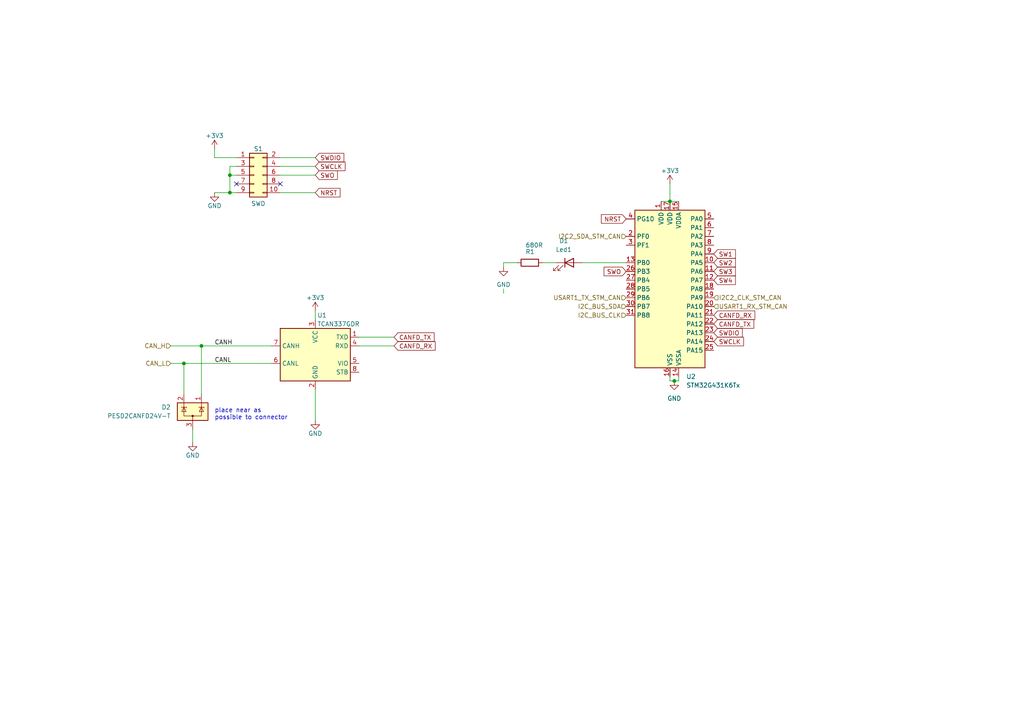
<source format=kicad_sch>
(kicad_sch (version 20250114) (generator "eeschema") (generator_version "9.0")
  (paper "A4")
  (lib_symbols
    (symbol "Connector_Generic:Conn_02x05_Odd_Even" (pin_names (offset 1.016) (hide yes))
      (property "Reference" "J" (at 1.27 7.62 0))
      (property "Value" "Conn_02x05_Odd_Even" (at 1.27 -7.62 0))
      (symbol "Conn_02x05_Odd_Even_1_1"
        (rectangle (start -1.27 6.35) (end 3.81 -6.35) (stroke (width 0.254)) (fill (type background)))
        (rectangle (start -1.27 5.207) (end 0 4.953) (stroke (width 0.1524)))
        (rectangle (start -1.27 2.667) (end 0 2.413) (stroke (width 0.1524)))
        (rectangle (start -1.27 0.127) (end 0 -0.127) (stroke (width 0.1524)))
        (rectangle (start -1.27 -2.413) (end 0 -2.667) (stroke (width 0.1524)))
        (rectangle (start -1.27 -4.953) (end 0 -5.207) (stroke (width 0.1524)))
        (rectangle (start 3.81 5.207) (end 2.54 4.953) (stroke (width 0.1524)))
        (rectangle (start 3.81 2.667) (end 2.54 2.413) (stroke (width 0.1524)))
        (rectangle (start 3.81 0.127) (end 2.54 -0.127) (stroke (width 0.1524)))
        (rectangle (start 3.81 -2.413) (end 2.54 -2.667) (stroke (width 0.1524)))
        (rectangle (start 3.81 -4.953) (end 2.54 -5.207) (stroke (width 0.1524)))
        (pin passive line (at -5.08 5.08 0) (length 3.81) (name "Pin_1") (number "1"))
        (pin passive line (at -5.08 2.54 0) (length 3.81) (name "Pin_3") (number "3"))
        (pin passive line (at -5.08 0 0) (length 3.81) (name "Pin_5") (number "5"))
        (pin passive line (at -5.08 -2.54 0) (length 3.81) (name "Pin_7") (number "7"))
        (pin passive line (at -5.08 -5.08 0) (length 3.81) (name "Pin_9") (number "9"))
        (pin passive line (at 7.62 5.08 180) (length 3.81) (name "Pin_2") (number "2"))
        (pin passive line (at 7.62 2.54 180) (length 3.81) (name "Pin_4") (number "4"))
        (pin passive line (at 7.62 0 180) (length 3.81) (name "Pin_6") (number "6"))
        (pin passive line (at 7.62 -2.54 180) (length 3.81) (name "Pin_8") (number "8"))
        (pin passive line (at 7.62 -5.08 180) (length 3.81) (name "Pin_10") (number "10"))
      )
    )
    (symbol "Device:LED" (pin_numbers (hide yes)) (pin_names (hide yes))
      (property "Reference" "D" (at 0 2.54 0))
      (property "Value" "LED" (at 0 -2.54 0))
      (symbol "LED_0_1"
        (polyline (pts (xy -3.048 -0.762) (xy -4.572 -2.286) (xy -3.81 -2.286) (xy -4.572 -2.286) (xy -4.572 -1.524)))
        (polyline (pts (xy -1.778 -0.762) (xy -3.302 -2.286) (xy -2.54 -2.286) (xy -3.302 -2.286) (xy -3.302 -1.524)))
        (polyline (pts (xy -1.27 0) (xy 1.27 0)))
        (polyline (pts (xy -1.27 -1.27) (xy -1.27 1.27)) (stroke (width 0.254)))
        (polyline (pts (xy 1.27 -1.27) (xy 1.27 1.27) (xy -1.27 0) (xy 1.27 -1.27)) (stroke (width 0.254)))
      )
      (symbol "LED_1_1"
        (pin passive line (at -3.81 0 0) (length 2.54) (name "K") (number "1"))
        (pin passive line (at 3.81 0 180) (length 2.54) (name "A") (number "2"))
      )
    )
    (symbol "Device:R" (pin_numbers (hide yes)) (pin_names (offset 0))
      (property "Reference" "R" (at 2.032 0 90))
      (property "Value" "R" (at 0 0 90))
      (symbol "R_0_1"
        (rectangle (start -1.016 -2.54) (end 1.016 2.54) (stroke (width 0.254)))
      )
      (symbol "R_1_1"
        (pin passive line (at 0 3.81 270) (length 1.27) (name "~") (number "1"))
        (pin passive line (at 0 -3.81 90) (length 1.27) (name "~") (number "2"))
      )
    )
    (symbol "Interface_CAN_LIN:TJA1042T-3"
      (property "Reference" "U" (at -10.16 8.89 0))
      (property "Value" "TJA1042T-3" (at 1.27 8.89 0))
      (symbol "TJA1042T-3_0_1"
        (rectangle (start -10.16 7.62) (end 10.16 -7.62) (stroke (width 0.254)) (fill (type background)))
      )
      (symbol "TJA1042T-3_1_1"
        (pin input line (at -12.7 5.08 0) (length 2.54) (name "TXD") (number "1"))
        (pin output line (at -12.7 2.54 0) (length 2.54) (name "RXD") (number "4"))
        (pin power_in line (at -12.7 -2.54 0) (length 2.54) (name "VIO") (number "5"))
        (pin input line (at -12.7 -5.08 0) (length 2.54) (name "STB") (number "8"))
        (pin power_in line (at 0 10.16 270) (length 2.54) (name "VCC") (number "3"))
        (pin power_in line (at 0 -10.16 90) (length 2.54) (name "GND") (number "2"))
        (pin bidirectional line (at 12.7 2.54 180) (length 2.54) (name "CANH") (number "7"))
        (pin bidirectional line (at 12.7 -2.54 180) (length 2.54) (name "CANL") (number "6"))
      )
    )
    (symbol "MCU_ST_STM32G4:STM32G431K6Tx"
      (property "Reference" "U" (at -10.16 24.13 0))
      (property "Value" "STM32G431K6Tx" (at 5.08 24.13 0))
      (symbol "STM32G431K6Tx_0_1"
        (rectangle (start -10.16 -22.86) (end 10.16 22.86) (stroke (width 0.254)) (fill (type background)))
      )
      (symbol "STM32G431K6Tx_1_1"
        (pin bidirectional line (at -12.7 20.32 0) (length 2.54) (name "PG10") (number "4"))
        (pin bidirectional line (at -12.7 15.24 0) (length 2.54) (name "PF0") (number "2"))
        (pin bidirectional line (at -12.7 12.7 0) (length 2.54) (name "PF1") (number "3"))
        (pin bidirectional line (at -12.7 7.62 0) (length 2.54) (name "PB0") (number "13"))
        (pin bidirectional line (at -12.7 5.08 0) (length 2.54) (name "PB3") (number "26"))
        (pin bidirectional line (at -12.7 2.54 0) (length 2.54) (name "PB4") (number "27"))
        (pin bidirectional line (at -12.7 0 0) (length 2.54) (name "PB5") (number "28"))
        (pin bidirectional line (at -12.7 -2.54 0) (length 2.54) (name "PB6") (number "29"))
        (pin bidirectional line (at -12.7 -5.08 0) (length 2.54) (name "PB7") (number "30"))
        (pin bidirectional line (at -12.7 -7.62 0) (length 2.54) (name "PB8") (number "31"))
        (pin power_in line (at -2.54 25.4 270) (length 2.54) (name "VDD") (number "1"))
        (pin power_in line (at 0 25.4 270) (length 2.54) (name "VDD") (number "17"))
        (pin power_in line (at 0 -25.4 90) (length 2.54) (name "VSS") (number "16"))
        (pin passive line (at 0 -25.4 90) (length 2.54) (hide yes) (name "VSS") (number "32"))
        (pin power_in line (at 2.54 25.4 270) (length 2.54) (name "VDDA") (number "15"))
        (pin power_in line (at 2.54 -25.4 90) (length 2.54) (name "VSSA") (number "14"))
        (pin bidirectional line (at 12.7 20.32 180) (length 2.54) (name "PA0") (number "5"))
        (pin bidirectional line (at 12.7 17.78 180) (length 2.54) (name "PA1") (number "6"))
        (pin bidirectional line (at 12.7 15.24 180) (length 2.54) (name "PA2") (number "7"))
        (pin bidirectional line (at 12.7 12.7 180) (length 2.54) (name "PA3") (number "8"))
        (pin bidirectional line (at 12.7 10.16 180) (length 2.54) (name "PA4") (number "9"))
        (pin bidirectional line (at 12.7 7.62 180) (length 2.54) (name "PA5") (number "10"))
        (pin bidirectional line (at 12.7 5.08 180) (length 2.54) (name "PA6") (number "11"))
        (pin bidirectional line (at 12.7 2.54 180) (length 2.54) (name "PA7") (number "12"))
        (pin bidirectional line (at 12.7 0 180) (length 2.54) (name "PA8") (number "18"))
        (pin bidirectional line (at 12.7 -2.54 180) (length 2.54) (name "PA9") (number "19"))
        (pin bidirectional line (at 12.7 -5.08 180) (length 2.54) (name "PA10") (number "20"))
        (pin bidirectional line (at 12.7 -7.62 180) (length 2.54) (name "PA11") (number "21"))
        (pin bidirectional line (at 12.7 -10.16 180) (length 2.54) (name "PA12") (number "22"))
        (pin bidirectional line (at 12.7 -12.7 180) (length 2.54) (name "PA13") (number "23"))
        (pin bidirectional line (at 12.7 -15.24 180) (length 2.54) (name "PA14") (number "24"))
        (pin bidirectional line (at 12.7 -17.78 180) (length 2.54) (name "PA15") (number "25"))
      )
    )
    (symbol "Power_Protection:SP0502BAHT" (pin_names (hide yes))
      (property "Reference" "D" (at 5.715 2.54 0))
      (property "Value" "SP0502BAHT" (at 5.715 0.635 0))
      (symbol "SP0502BAHT_0_0"
        (pin passive line (at 0 -5.08 90) (length 2.54) (name "A") (number "3"))
      )
      (symbol "SP0502BAHT_0_1"
        (rectangle (start -4.445 2.54) (end 4.445 -2.54) (stroke (width 0.254)) (fill (type background)))
        (polyline (pts (xy -3.302 1.016) (xy -3.302 1.27) (xy -1.905 1.27) (xy -1.778 1.27)))
        (polyline (pts (xy -2.54 2.54) (xy -2.54 1.27)))
        (polyline (pts (xy -2.54 1.27) (xy -2.54 -1.27) (xy 2.54 -1.27) (xy 2.54 1.27)))
        (polyline (pts (xy -2.54 1.27) (xy -1.905 0) (xy -3.175 0) (xy -2.54 1.27)))
        (polyline (pts (xy 0 -1.27) (xy 0 -2.54)))
        (circle (center 0 -1.27) (radius 0.254) (fill (type outline)))
        (polyline (pts (xy 1.778 1.016) (xy 1.778 1.27) (xy 3.175 1.27) (xy 3.302 1.27)))
        (polyline (pts (xy 2.54 2.54) (xy 2.54 1.27)))
        (polyline (pts (xy 2.54 1.27) (xy 1.905 0) (xy 3.175 0) (xy 2.54 1.27)))
      )
      (symbol "SP0502BAHT_1_1"
        (pin passive line (at -2.54 5.08 270) (length 2.54) (name "K") (number "1"))
        (pin passive line (at 2.54 5.08 270) (length 2.54) (name "K") (number "2"))
      )
    )
    (symbol "STM32F4_REV2-rescue:+3.3V-power" (power) (pin_names (offset 0))
      (property "Value" "+3.3V-power" (at 0 3.556 0))
      (symbol "+3.3V-power_0_1"
        (polyline (pts (xy -0.762 1.27) (xy 0 2.54)))
        (polyline (pts (xy 0 2.54) (xy 0.762 1.27)))
        (polyline (pts (xy 0 0) (xy 0 2.54)))
      )
      (symbol "+3.3V-power_1_1"
        (pin power_in line (at 0 0 90) (length 0) (hide yes) (name "+3V3") (number "1"))
      )
    )
    (symbol "power:GND" (power) (pin_names (offset 0))
      (property "Value" "GND" (at 0 -3.81 0))
      (symbol "GND_0_1"
        (polyline (pts (xy 0 0) (xy 0 -1.27) (xy 1.27 -1.27) (xy 0 -2.54) (xy -1.27 -1.27) (xy 0 -1.27)))
      )
      (symbol "GND_1_1"
        (pin power_in line (at 0 0 270) (length 0) (hide yes) (name "GND") (number "1"))
      )
    )
  )
  (text "place near as \npossible to connector" (at 62.23 121.92 0) (effects (font (size 1.27 1.27)) (justify left bottom)))
  (junction (at 53.34 105.41))
  (junction (at 66.675 55.88))
  (junction (at 58.42 100.33))
  (junction (at 194.31 58.42))
  (junction (at 195.58 110.49))
  (junction (at 66.675 50.8))
  (no_connect (at 68.58 53.34))
  (no_connect (at 81.28 53.34))
  (wire (pts (xy 168.91 76.2) (xy 181.61 76.2)))
  (wire (pts (xy 53.34 105.41) (xy 53.34 114.3)))
  (wire (pts (xy 104.14 97.79) (xy 114.3 97.79)))
  (wire (pts (xy 194.31 53.34) (xy 194.31 58.42)))
  (wire (pts (xy 53.34 105.41) (xy 78.74 105.41)))
  (wire (pts (xy 146.05 76.2) (xy 146.05 77.47)))
  (wire (pts (xy 91.44 90.17) (xy 91.44 92.71)))
  (wire (pts (xy 196.85 110.49) (xy 195.58 110.49)))
  (wire (pts (xy 104.14 100.33) (xy 114.3 100.33)))
  (wire (pts (xy 196.85 109.22) (xy 196.85 110.49)))
  (wire (pts (xy 81.28 48.26) (xy 91.44 48.26)))
  (wire (pts (xy 91.44 113.03) (xy 91.44 121.92)))
  (wire (pts (xy 194.31 58.42) (xy 196.85 58.42)))
  (wire (pts (xy 49.53 100.33) (xy 58.42 100.33)))
  (wire (pts (xy 55.88 124.46) (xy 55.88 128.27)))
  (wire (pts (xy 62.23 43.18) (xy 62.23 45.72)))
  (wire (pts (xy 81.28 45.72) (xy 91.44 45.72)))
  (wire (pts (xy 194.31 109.22) (xy 194.31 110.49)))
  (wire (pts (xy 149.86 76.2) (xy 146.05 76.2)))
  (wire (pts (xy 68.58 48.26) (xy 66.675 48.26)))
  (wire (pts (xy 49.53 105.41) (xy 53.34 105.41)))
  (wire (pts (xy 68.58 55.88) (xy 66.675 55.88)))
  (wire (pts (xy 68.58 50.8) (xy 66.675 50.8)))
  (wire (pts (xy 81.28 55.88) (xy 91.44 55.88)))
  (wire (pts (xy 58.42 100.33) (xy 78.74 100.33)))
  (wire (pts (xy 66.675 55.88) (xy 62.23 55.88)))
  (wire (pts (xy 146.05 83.82) (xy 146.05 85.09)))
  (wire (pts (xy 194.31 110.49) (xy 195.58 110.49)))
  (wire (pts (xy 62.23 45.72) (xy 68.58 45.72)))
  (wire (pts (xy 58.42 100.33) (xy 58.42 114.3)))
  (wire (pts (xy 66.675 50.8) (xy 66.675 55.88)))
  (wire (pts (xy 91.44 50.8) (xy 81.28 50.8)))
  (wire (pts (xy 191.77 58.42) (xy 194.31 58.42)))
  (wire (pts (xy 157.48 76.2) (xy 161.29 76.2)))
  (wire (pts (xy 66.675 48.26) (xy 66.675 50.8)))
  (label "CANL" (at 62.23 105.41 0))
  (label "CANH" (at 62.23 100.33 0))
  (global_label "CANFD_TX" (shape input) (at 114.3 97.79 0) (property "Intersheetrefs" "${INTERSHEET_REFS}" (effects (hide yes))))
  (global_label "NRST" (shape input) (at 181.61 63.5 180) (property "Intersheetrefs" "${INTERSHEET_REFS}" (effects (hide yes))))
  (global_label "SW2" (shape input) (at 207.01 76.2 0) (property "Intersheetrefs" "${INTERSHEET_REFS}" (effects (hide yes))))
  (global_label "SW1" (shape input) (at 207.01 73.66 0) (property "Intersheetrefs" "${INTERSHEET_REFS}" (effects (hide yes))))
  (global_label "CANFD_RX" (shape input) (at 207.01 91.44 0) (property "Intersheetrefs" "${INTERSHEET_REFS}" (effects (hide yes))))
  (global_label "SWDIO" (shape input) (at 91.44 45.72 0) (property "Intersheetrefs" "${INTERSHEET_REFS}" (effects (hide yes))))
  (global_label "NRST" (shape input) (at 91.44 55.88 0) (property "Intersheetrefs" "${INTERSHEET_REFS}" (effects (hide yes))))
  (global_label "SW4" (shape input) (at 207.01 81.28 0) (property "Intersheetrefs" "${INTERSHEET_REFS}" (effects (hide yes))))
  (global_label "CANFD_RX" (shape input) (at 114.3 100.33 0) (property "Intersheetrefs" "${INTERSHEET_REFS}" (effects (hide yes))))
  (global_label "SWDIO" (shape input) (at 207.01 96.52 0) (property "Intersheetrefs" "${INTERSHEET_REFS}" (effects (hide yes))))
  (global_label "SWO" (shape input) (at 91.44 50.8 0) (property "Intersheetrefs" "${INTERSHEET_REFS}" (effects (hide yes))))
  (global_label "SW3" (shape input) (at 207.01 78.74 0) (property "Intersheetrefs" "${INTERSHEET_REFS}" (effects (hide yes))))
  (global_label "SWCLK" (shape input) (at 91.44 48.26 0) (property "Intersheetrefs" "${INTERSHEET_REFS}" (effects (hide yes))))
  (global_label "SWCLK" (shape input) (at 207.01 99.06 0) (property "Intersheetrefs" "${INTERSHEET_REFS}" (effects (hide yes))))
  (global_label "CANFD_TX" (shape input) (at 207.01 93.98 0) (property "Intersheetrefs" "${INTERSHEET_REFS}" (effects (hide yes))))
  (global_label "SWO" (shape input) (at 181.61 78.74 180) (property "Intersheetrefs" "${INTERSHEET_REFS}" (effects (hide yes))))
  (hierarchical_label "USART1_TX_STM_CAN" (shape input) (at 181.61 86.36 180))
  (hierarchical_label "I2C_BUS_SDA" (shape input) (at 181.61 88.9 180))
  (hierarchical_label "USART1_RX_STM_CAN" (shape input) (at 207.01 88.9 0))
  (hierarchical_label "I2C2_SDA_STM_CAN" (shape input) (at 181.61 68.58 180))
  (hierarchical_label "CAN_H" (shape input) (at 49.53 100.33 180))
  (hierarchical_label "I2C2_CLK_STM_CAN" (shape input) (at 207.01 86.36 0))
  (hierarchical_label "CAN_L" (shape input) (at 49.53 105.41 180))
  (hierarchical_label "I2C_BUS_CLK" (shape input) (at 181.61 91.44 180))
  (symbol (lib_id "Device:LED") (at 165.1 76.2 0) (unit 1)
    (property "Reference" "D1" (at 163.5125 69.85 0))
    (property "Value" "Led1" (at 163.5125 72.39 0))
    (property "Footprint" "LED_SMD:LED_0805_2012Metric" (effects (hide yes)))
    (property "Description" "Light emitting diode" (effects (hide yes)))
    (instances (project "" (path "" (reference "D1") (unit 1))) (project "MTS_AirbagDAQ" (path "" (reference "D11") (unit 1))))
  )
  (symbol (lib_id "Interface_CAN_LIN:TJA1042T-3") (at 91.44 102.87 0) (mirror y) (unit 1)
    (property "Reference" "U5" (at 92.0241 91.44 0) (effects (justify right)))
    (property "Value" "TCAN337GDR" (at 92.0241 93.98 0) (effects (justify right)))
    (property "Footprint" "Package_SO:SOIC-8_3.9x4.9mm_P1.27mm" (effects (hide yes)))
    (property "Datasheet" "http://www.nxp.com/documents/data_sheet/TJA1042.pdf" (effects (hide yes)))
    (instances (project "MTS_CPU_BOARD" (path "" (reference "U1") (unit 1)) (path "" (reference "U5") (unit 1))))
  )
  (symbol (lib_id "MCU_ST_STM32G4:STM32G431K6Tx") (at 194.31 83.82 0) (unit 1)
    (property "Reference" "U2" (at 199.0441 109.22 0) (effects (justify left)))
    (property "Value" "STM32G431K6Tx" (at 199.0441 111.76 0) (effects (justify left)))
    (property "Footprint" "Package_QFP:LQFP-32_7x7mm_P0.8mm" (effects (hide yes)))
    (property "Datasheet" "https://www.st.com/resource/en/datasheet/stm32g431k6.pdf" (effects (hide yes)))
    (property "Description" "STMicroelectronics Arm Cortex-M4 MCU, 32KB flash, 32KB RAM, 170 MHz, 1.71-3.6V, 26 GPIO, LQFP32" (effects (hide yes)))
    (instances (project "" (path "" (reference "U2") (unit 1))) (project "MTS_AirbagDAQ" (path "" (reference "U25") (unit 1))))
  )
  (symbol (lib_id "power:GND") (at 195.58 110.49 0) (unit 1)
    (property "Reference" "#PWR0102" (effects (hide yes)))
    (property "Value" "GND" (at 195.58 115.57 0))
    (property "Description" "Power symbol creates a global label with name \"GND\" , ground" (effects (hide yes)))
    (instances (project "" (path "" (reference "#PWR0102") (unit 1))) (project "MTS_AirbagDAQ" (path "" (reference "#PWR0129") (unit 1))))
  )
  (symbol (lib_id "STM32F4_REV2-rescue:+3.3V-power") (at 62.23 43.18 0) (unit 1)
    (property "Reference" "#PWR0105" (effects (hide yes)))
    (property "Value" "+3V3" (at 62.23 39.37 0))
    (instances (project "" (path "" (reference "#PWR0105") (unit 1))) (project "MTS_AirbagDAQ" (path "" (reference "#PWR066") (unit 1))))
  )
  (symbol (lib_id "power:GND") (at 91.44 121.92 0) (unit 1)
    (property "Reference" "#PWR0110" (effects (hide yes)))
    (property "Value" "GND" (at 91.44 125.73 0))
    (instances (project "MTS_CPU_BOARD" (path "" (reference "#PWR09") (unit 1)) (path "" (reference "#PWR0110") (unit 1))))
  )
  (symbol (lib_id "power:GND") (at 62.23 55.88 0) (unit 1)
    (property "Reference" "#PWR0104" (effects (hide yes)))
    (property "Value" "GND" (at 62.23 59.69 0))
    (instances (project "" (path "" (reference "#PWR0104") (unit 1))) (project "MTS_AirbagDAQ" (path "" (reference "#PWR0122") (unit 1))))
  )
  (symbol (lib_id "power:GND") (at 146.05 77.47 0) (unit 1)
    (property "Reference" "#PWR0103" (effects (hide yes)))
    (property "Value" "GND" (at 146.05 82.55 0))
    (property "Description" "Power symbol creates a global label with name \"GND\" , ground" (effects (hide yes)))
    (instances (project "" (path "" (reference "#PWR0103") (unit 1))) (project "MTS_AirbagDAQ" (path "" (reference "#PWR0125") (unit 1))))
  )
  (symbol (lib_id "Power_Protection:SP0502BAHT") (at 55.88 119.38 0) (mirror y) (unit 1)
    (property "Reference" "D6" (at 49.53 118.1099 0) (effects (justify left)))
    (property "Value" "PESD2CANFD24V-T" (at 49.53 120.6499 0) (effects (justify left)))
    (property "Footprint" "Package_TO_SOT_SMD:SOT-23" (effects (hide yes)))
    (property "Datasheet" "http://www.littelfuse.com/~/media/files/littelfuse/technical%20resources/documents/data%20sheets/sp05xxba.pdf" (effects (hide yes)))
    (instances (project "MTS_CPU_BOARD" (path "" (reference "D2") (unit 1)) (path "" (reference "D6") (unit 1))))
  )
  (symbol (lib_id "STM32F4_REV2-rescue:+3.3V-power") (at 91.44 90.17 0) (unit 1)
    (property "Reference" "#PWR0106" (effects (hide yes)))
    (property "Value" "+3V3" (at 91.44 86.36 0))
    (instances (project "MTS_CPU_BOARD" (path "" (reference "#PWR08") (unit 1)) (path "" (reference "#PWR0106") (unit 1))))
  )
  (symbol (lib_id "Device:R") (at 153.67 76.2 270) (unit 1)
    (property "Reference" "R1" (at 152.4 73.025 90) (effects (justify left)))
    (property "Value" "680R" (at 152.4 71.12 90) (effects (justify left)))
    (property "Footprint" "Resistor_SMD:R_0805_2012Metric_Pad1.20x1.40mm_HandSolder" (effects (hide yes)))
    (property "Datasheet" "https://fscdn.rohm.com/en/products/databook/datasheet/passive/resistor/chip_resistor/mcr-e.pdf" (effects (hide yes)))
    (property "Field4" "Farnell" (effects (hide yes)))
    (property "Field5" "9238999" (effects (hide yes)))
    (property "Field7" "Yageo" (effects (hide yes)))
    (property "Field6" "RC0402FR-0710RL" (effects (hide yes)))
    (property "Field8" "URES00256" (effects (hide yes)))
    (property "Part Description" "Resistor 10R M1005 1% 63mW" (effects (hide yes)))
    (instances (project "" (path "" (reference "R1") (unit 1))) (project "MTS_AirbagDAQ" (path "" (reference "R49") (unit 1))))
  )
  (symbol (lib_id "power:GND") (at 55.88 128.27 0) (mirror y) (unit 1)
    (property "Reference" "#PWR0107" (effects (hide yes)))
    (property "Value" "GND" (at 55.88 132.08 0))
    (instances (project "MTS_CPU_BOARD" (path "" (reference "#PWR02") (unit 1)) (path "" (reference "#PWR0107") (unit 1))))
  )
  (symbol (lib_id "Connector_Generic:Conn_02x05_Odd_Even") (at 73.66 50.8 0) (unit 1)
    (property "Reference" "S1" (at 74.93 43.18 0))
    (property "Value" "SWD" (at 74.93 59.055 0))
    (property "Footprint" "Connector_PinHeader_1.27mm:PinHeader_2x05_P1.27mm_Vertical_SMD" (effects (hide yes)))
    (instances (project "" (path "" (reference "S1") (unit 1))) (project "MTS_AirbagDAQ" (path "" (reference "S5") (unit 1))))
  )
  (symbol (lib_id "STM32F4_REV2-rescue:+3.3V-power") (at 194.31 53.34 0) (unit 1)
    (property "Reference" "#PWR0101" (effects (hide yes)))
    (property "Value" "+3V3" (at 194.31 49.53 0))
    (instances (project "" (path "" (reference "#PWR0101") (unit 1))) (project "MTS_AirbagDAQ" (path "" (reference "#PWR0128") (unit 1))))
  )
)
</source>
